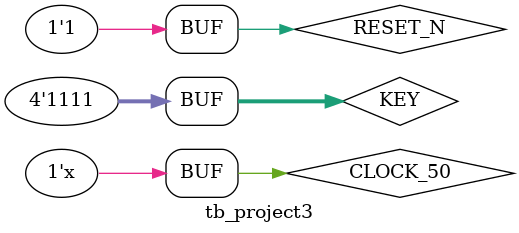
<source format=v>
`timescale 1ns/1ns

module tb_project3();

reg CLOCK_50;
reg RESET_N;
reg [3:0] KEY;

wire [6:0] HEX0;
wire [6:0] HEX1;
wire [9:0] LEDR;


project3_frame myprj(
	.CLOCK_50(CLOCK_50),
	.RESET_N(RESET_N),
	.KEY(KEY),
	.HEX0(HEX0),
	.HEX1(HEX1),
	.LEDR(LEDR)
);

integer i; 

initial begin	
	CLOCK_50 = 0;
	RESET_N = 0;
	KEY = 4'b1111;
	//SW = 10'h0;
	#2 RESET_N = 1;
	i = 0;
	#10000 KEY = 0; 
	#300 KEY = 4'b1111; 
end

always #10  CLOCK_50 = ~CLOCK_50;

   always @(posedge CLOCK_50)
   begin 
        i = i+1;
        if (!(i% 100)) begin  
            $display ("i:%d sim_clk=%b KEY=%b rest:%b hex0:%h hex1:%h ledr:%b",i, CLOCK_50, KEY, RESET_N, HEX0, HEX1, LEDR);
            // please use this results for only test 
            if (HEX0 == 'h01) begin 
             $display ("congratulations! you passed test cases if you are testing test[1-5]");
             end   
         end 
    end
endmodule

</source>
